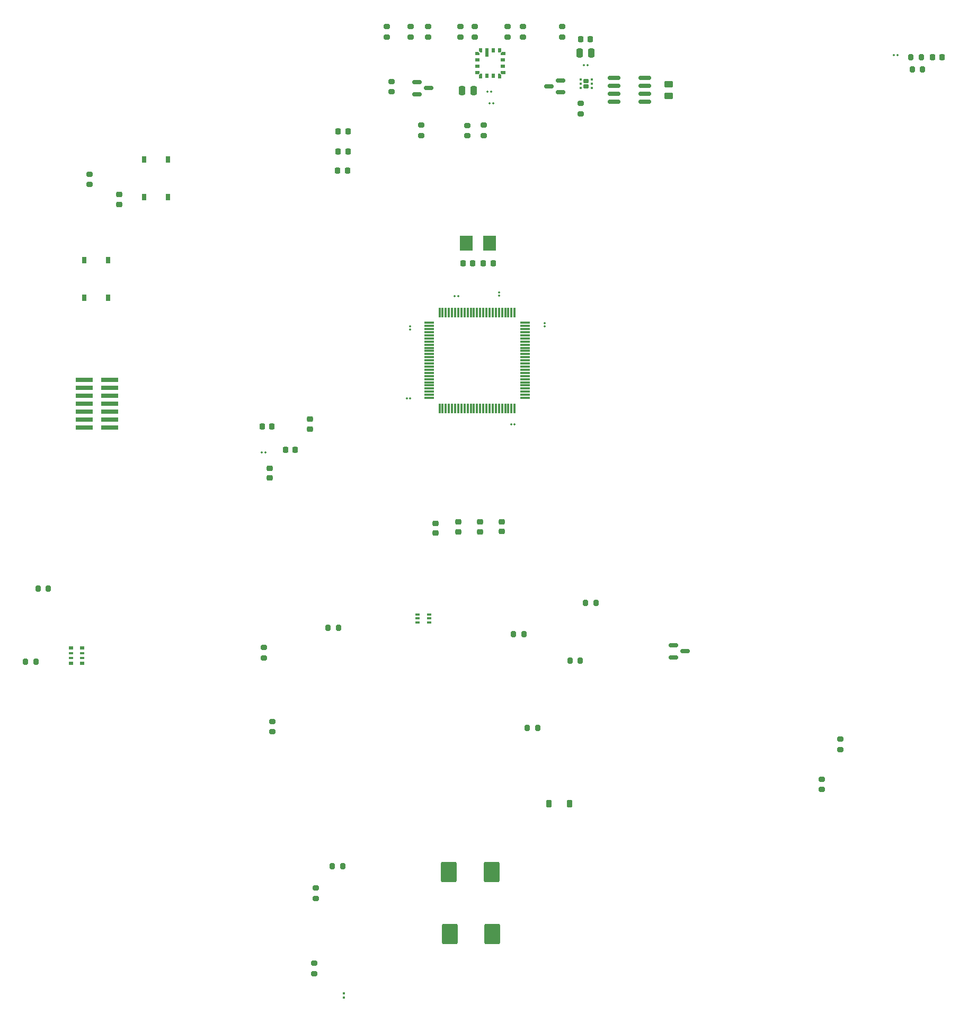
<source format=gbr>
%TF.GenerationSoftware,KiCad,Pcbnew,8.0.3-unknown-1000.20240604git093da7f.fc40*%
%TF.CreationDate,2024-06-05T17:15:31+10:00*%
%TF.ProjectId,l8-kicad,6c382d6b-6963-4616-942e-6b696361645f,1.00*%
%TF.SameCoordinates,Original*%
%TF.FileFunction,Paste,Top*%
%TF.FilePolarity,Positive*%
%FSLAX46Y46*%
G04 Gerber Fmt 4.6, Leading zero omitted, Abs format (unit mm)*
G04 Created by KiCad (PCBNEW 8.0.3-unknown-1000.20240604git093da7f.fc40) date 2024-06-05 17:15:31*
%MOMM*%
%LPD*%
G01*
G04 APERTURE LIST*
G04 Aperture macros list*
%AMRoundRect*
0 Rectangle with rounded corners*
0 $1 Rounding radius*
0 $2 $3 $4 $5 $6 $7 $8 $9 X,Y pos of 4 corners*
0 Add a 4 corners polygon primitive as box body*
4,1,4,$2,$3,$4,$5,$6,$7,$8,$9,$2,$3,0*
0 Add four circle primitives for the rounded corners*
1,1,$1+$1,$2,$3*
1,1,$1+$1,$4,$5*
1,1,$1+$1,$6,$7*
1,1,$1+$1,$8,$9*
0 Add four rect primitives between the rounded corners*
20,1,$1+$1,$2,$3,$4,$5,0*
20,1,$1+$1,$4,$5,$6,$7,0*
20,1,$1+$1,$6,$7,$8,$9,0*
20,1,$1+$1,$8,$9,$2,$3,0*%
G04 Aperture macros list end*
%ADD10C,0.000000*%
%ADD11RoundRect,0.225000X-0.225000X-0.375000X0.225000X-0.375000X0.225000X0.375000X-0.225000X0.375000X0*%
%ADD12RoundRect,0.100000X-0.225000X-0.100000X0.225000X-0.100000X0.225000X0.100000X-0.225000X0.100000X0*%
%ADD13RoundRect,0.200000X-0.200000X-0.275000X0.200000X-0.275000X0.200000X0.275000X-0.200000X0.275000X0*%
%ADD14R,2.000000X2.400000*%
%ADD15RoundRect,0.200000X0.275000X-0.200000X0.275000X0.200000X-0.275000X0.200000X-0.275000X-0.200000X0*%
%ADD16RoundRect,0.225000X0.250000X-0.225000X0.250000X0.225000X-0.250000X0.225000X-0.250000X-0.225000X0*%
%ADD17R,0.750000X1.000000*%
%ADD18RoundRect,0.067500X-0.067500X0.067500X-0.067500X-0.067500X0.067500X-0.067500X0.067500X0.067500X0*%
%ADD19RoundRect,0.225000X-0.225000X-0.250000X0.225000X-0.250000X0.225000X0.250000X-0.225000X0.250000X0*%
%ADD20RoundRect,0.225000X-0.250000X0.225000X-0.250000X-0.225000X0.250000X-0.225000X0.250000X0.225000X0*%
%ADD21RoundRect,0.079500X-0.100500X0.079500X-0.100500X-0.079500X0.100500X-0.079500X0.100500X0.079500X0*%
%ADD22RoundRect,0.225000X0.225000X0.250000X-0.225000X0.250000X-0.225000X-0.250000X0.225000X-0.250000X0*%
%ADD23RoundRect,0.067500X-0.067500X-0.067500X0.067500X-0.067500X0.067500X0.067500X-0.067500X0.067500X0*%
%ADD24RoundRect,0.150000X-0.587500X-0.150000X0.587500X-0.150000X0.587500X0.150000X-0.587500X0.150000X0*%
%ADD25RoundRect,0.150000X-0.825000X-0.150000X0.825000X-0.150000X0.825000X0.150000X-0.825000X0.150000X0*%
%ADD26RoundRect,0.075000X-0.075000X0.725000X-0.075000X-0.725000X0.075000X-0.725000X0.075000X0.725000X0*%
%ADD27RoundRect,0.075000X-0.725000X0.075000X-0.725000X-0.075000X0.725000X-0.075000X0.725000X0.075000X0*%
%ADD28RoundRect,0.200000X-0.275000X0.200000X-0.275000X-0.200000X0.275000X-0.200000X0.275000X0.200000X0*%
%ADD29RoundRect,0.218750X0.256250X-0.218750X0.256250X0.218750X-0.256250X0.218750X-0.256250X-0.218750X0*%
%ADD30R,2.794000X0.762000*%
%ADD31R,0.800000X0.500000*%
%ADD32R,0.800000X0.400000*%
%ADD33RoundRect,0.250000X-0.250000X-0.475000X0.250000X-0.475000X0.250000X0.475000X-0.250000X0.475000X0*%
%ADD34RoundRect,0.218750X-0.218750X-0.256250X0.218750X-0.256250X0.218750X0.256250X-0.218750X0.256250X0*%
%ADD35RoundRect,0.250000X1.000000X-1.400000X1.000000X1.400000X-1.000000X1.400000X-1.000000X-1.400000X0*%
%ADD36RoundRect,0.150000X0.587500X0.150000X-0.587500X0.150000X-0.587500X-0.150000X0.587500X-0.150000X0*%
%ADD37RoundRect,0.250000X0.450000X-0.262500X0.450000X0.262500X-0.450000X0.262500X-0.450000X-0.262500X0*%
%ADD38R,0.508000X1.397000*%
%ADD39R,0.050800X0.050800*%
%ADD40R,0.711200X0.508000*%
%ADD41R,0.508000X0.711200*%
%ADD42RoundRect,0.250000X0.250000X0.475000X-0.250000X0.475000X-0.250000X-0.475000X0.250000X-0.475000X0*%
%ADD43RoundRect,0.067500X0.067500X-0.067500X0.067500X0.067500X-0.067500X0.067500X-0.067500X-0.067500X0*%
%ADD44RoundRect,0.172500X-0.262500X-0.172500X0.262500X-0.172500X0.262500X0.172500X-0.262500X0.172500X0*%
%ADD45RoundRect,0.093750X-0.093750X-0.106250X0.093750X-0.106250X0.093750X0.106250X-0.093750X0.106250X0*%
%ADD46RoundRect,0.200000X0.200000X0.275000X-0.200000X0.275000X-0.200000X-0.275000X0.200000X-0.275000X0*%
G04 APERTURE END LIST*
D10*
%TO.C,U5*%
G36*
X124060900Y-111672660D02*
G01*
X124060900Y-112002860D01*
X123349700Y-112002860D01*
X123349700Y-111494860D01*
X123883100Y-111494860D01*
X124060900Y-111672660D01*
G37*
G36*
X124060900Y-114827340D02*
G01*
X123883100Y-115005140D01*
X123349700Y-115005140D01*
X123349700Y-114497140D01*
X124060900Y-114497140D01*
X124060900Y-114827340D01*
G37*
G36*
X124502860Y-111560900D02*
G01*
X124172660Y-111560900D01*
X123994860Y-111383100D01*
X123994860Y-110849700D01*
X124502860Y-110849700D01*
X124502860Y-111560900D01*
G37*
G36*
X124502860Y-115650300D02*
G01*
X123994860Y-115650300D01*
X123994860Y-115116900D01*
X124172660Y-114939100D01*
X124502860Y-114939100D01*
X124502860Y-115650300D01*
G37*
G36*
X127505140Y-111383100D02*
G01*
X127327340Y-111560900D01*
X126997140Y-111560900D01*
X126997140Y-110849700D01*
X127505140Y-110849700D01*
X127505140Y-111383100D01*
G37*
G36*
X127505140Y-115116900D02*
G01*
X127505140Y-115650300D01*
X126997140Y-115650300D01*
X126997140Y-114939100D01*
X127327340Y-114939100D01*
X127505140Y-115116900D01*
G37*
G36*
X128150300Y-112002860D02*
G01*
X127439100Y-112002860D01*
X127439100Y-111672660D01*
X127616900Y-111494860D01*
X128150300Y-111494860D01*
X128150300Y-112002860D01*
G37*
G36*
X128150300Y-115005140D02*
G01*
X127616900Y-115005140D01*
X127439100Y-114827340D01*
X127439100Y-114497140D01*
X128150300Y-114497140D01*
X128150300Y-115005140D01*
G37*
%TD*%
D11*
%TO.C,D17*%
X135100000Y-231600000D03*
X138400000Y-231600000D03*
%TD*%
D12*
%TO.C,D16*%
X114100000Y-201350000D03*
X114100000Y-202000000D03*
X114100000Y-202650000D03*
X116000000Y-202650000D03*
X116000000Y-202000000D03*
X116000000Y-201350000D03*
%TD*%
D13*
%TO.C,R47*%
X53500000Y-197200000D03*
X55150000Y-197200000D03*
%TD*%
%TO.C,R48*%
X193200000Y-114275000D03*
X194850000Y-114275000D03*
%TD*%
%TO.C,R45*%
X51500000Y-208950000D03*
X53150000Y-208950000D03*
%TD*%
D14*
%TO.C,X1*%
X121950000Y-142000000D03*
X125650000Y-142000000D03*
%TD*%
D15*
%TO.C,R43*%
X97850000Y-246750000D03*
X97850000Y-245100000D03*
%TD*%
D16*
%TO.C,C20*%
X66450000Y-135825000D03*
X66450000Y-134275000D03*
%TD*%
D17*
%TO.C,SW1*%
X60900000Y-150750000D03*
X60900000Y-144750000D03*
X64650000Y-150750000D03*
X64650000Y-144750000D03*
%TD*%
D18*
%TO.C,C30*%
X127175000Y-149875000D03*
X127175000Y-150425000D03*
%TD*%
D19*
%TO.C,C29*%
X89300000Y-171350000D03*
X90850000Y-171350000D03*
%TD*%
D20*
%TO.C,C23*%
X90550000Y-178000000D03*
X90550000Y-179550000D03*
%TD*%
D21*
%TO.C,FB1*%
X102350000Y-261910000D03*
X102350000Y-262600000D03*
%TD*%
D15*
%TO.C,R13*%
X90950000Y-220100000D03*
X90950000Y-218450000D03*
%TD*%
D22*
%TO.C,C5*%
X141725000Y-109400000D03*
X140175000Y-109400000D03*
%TD*%
D23*
%TO.C,C6*%
X190250000Y-111975000D03*
X190800000Y-111975000D03*
%TD*%
%TO.C,C16*%
X129100000Y-170950000D03*
X129650000Y-170950000D03*
%TD*%
%TO.C,C3*%
X125650000Y-119700000D03*
X126200000Y-119700000D03*
%TD*%
D24*
%TO.C,Q5*%
X155050000Y-206300000D03*
X155050000Y-208200000D03*
X156925000Y-207250000D03*
%TD*%
D20*
%TO.C,C1*%
X96950000Y-170175000D03*
X96950000Y-171725000D03*
%TD*%
D25*
%TO.C,U2*%
X145525000Y-115595000D03*
X145525000Y-116865000D03*
X145525000Y-118135000D03*
X145525000Y-119405000D03*
X150475000Y-119405000D03*
X150475000Y-118135000D03*
X150475000Y-116865000D03*
X150475000Y-115595000D03*
%TD*%
D26*
%TO.C,U3*%
X129650000Y-153075000D03*
X129150000Y-153075000D03*
X128650000Y-153075000D03*
X128150000Y-153075000D03*
X127650000Y-153075000D03*
X127150000Y-153075000D03*
X126650000Y-153075000D03*
X126150000Y-153075000D03*
X125650000Y-153075000D03*
X125150000Y-153075000D03*
X124650000Y-153075000D03*
X124150000Y-153075000D03*
X123650000Y-153075000D03*
X123150000Y-153075000D03*
X122650000Y-153075000D03*
X122150000Y-153075000D03*
X121650000Y-153075000D03*
X121150000Y-153075000D03*
X120650000Y-153075000D03*
X120150000Y-153075000D03*
X119650000Y-153075000D03*
X119150000Y-153075000D03*
X118650000Y-153075000D03*
X118150000Y-153075000D03*
X117650000Y-153075000D03*
D27*
X115975000Y-154750000D03*
X115975000Y-155250000D03*
X115975000Y-155750000D03*
X115975000Y-156250000D03*
X115975000Y-156750000D03*
X115975000Y-157250000D03*
X115975000Y-157750000D03*
X115975000Y-158250000D03*
X115975000Y-158750000D03*
X115975000Y-159250000D03*
X115975000Y-159750000D03*
X115975000Y-160250000D03*
X115975000Y-160750000D03*
X115975000Y-161250000D03*
X115975000Y-161750000D03*
X115975000Y-162250000D03*
X115975000Y-162750000D03*
X115975000Y-163250000D03*
X115975000Y-163750000D03*
X115975000Y-164250000D03*
X115975000Y-164750000D03*
X115975000Y-165250000D03*
X115975000Y-165750000D03*
X115975000Y-166250000D03*
X115975000Y-166750000D03*
D26*
X117650000Y-168425000D03*
X118150000Y-168425000D03*
X118650000Y-168425000D03*
X119150000Y-168425000D03*
X119650000Y-168425000D03*
X120150000Y-168425000D03*
X120650000Y-168425000D03*
X121150000Y-168425000D03*
X121650000Y-168425000D03*
X122150000Y-168425000D03*
X122650000Y-168425000D03*
X123150000Y-168425000D03*
X123650000Y-168425000D03*
X124150000Y-168425000D03*
X124650000Y-168425000D03*
X125150000Y-168425000D03*
X125650000Y-168425000D03*
X126150000Y-168425000D03*
X126650000Y-168425000D03*
X127150000Y-168425000D03*
X127650000Y-168425000D03*
X128150000Y-168425000D03*
X128650000Y-168425000D03*
X129150000Y-168425000D03*
X129650000Y-168425000D03*
D27*
X131325000Y-166750000D03*
X131325000Y-166250000D03*
X131325000Y-165750000D03*
X131325000Y-165250000D03*
X131325000Y-164750000D03*
X131325000Y-164250000D03*
X131325000Y-163750000D03*
X131325000Y-163250000D03*
X131325000Y-162750000D03*
X131325000Y-162250000D03*
X131325000Y-161750000D03*
X131325000Y-161250000D03*
X131325000Y-160750000D03*
X131325000Y-160250000D03*
X131325000Y-159750000D03*
X131325000Y-159250000D03*
X131325000Y-158750000D03*
X131325000Y-158250000D03*
X131325000Y-157750000D03*
X131325000Y-157250000D03*
X131325000Y-156750000D03*
X131325000Y-156250000D03*
X131325000Y-155750000D03*
X131325000Y-155250000D03*
X131325000Y-154750000D03*
%TD*%
D28*
%TO.C,R3*%
X110000000Y-116175000D03*
X110000000Y-117825000D03*
%TD*%
%TO.C,R39*%
X137250000Y-107425000D03*
X137250000Y-109075000D03*
%TD*%
D23*
%TO.C,C4*%
X140725000Y-113550000D03*
X141275000Y-113550000D03*
%TD*%
D28*
%TO.C,R10*%
X181721140Y-221293400D03*
X181721140Y-222943400D03*
%TD*%
D29*
%TO.C,D4*%
X117050000Y-188375000D03*
X117050000Y-186800000D03*
%TD*%
D30*
%TO.C,J4*%
X64914000Y-163850000D03*
X60850000Y-163850000D03*
X64914000Y-165120000D03*
X60850000Y-165120000D03*
X64914000Y-166390000D03*
X60850000Y-166390000D03*
X64914000Y-167660000D03*
X60850000Y-167660000D03*
X64914000Y-168930000D03*
X60850000Y-168930000D03*
X64914000Y-170200000D03*
X60850000Y-170200000D03*
X64914000Y-171470000D03*
X60850000Y-171470000D03*
%TD*%
D31*
%TO.C,RN2*%
X60550000Y-209150000D03*
D32*
X60550000Y-208350000D03*
X60550000Y-207550000D03*
D31*
X60550000Y-206750000D03*
X58750000Y-206750000D03*
D32*
X58750000Y-207550000D03*
X58750000Y-208350000D03*
D31*
X58750000Y-209150000D03*
%TD*%
D18*
%TO.C,C12*%
X112975000Y-155275000D03*
X112975000Y-155825000D03*
%TD*%
D19*
%TO.C,C14*%
X121375000Y-145250000D03*
X122925000Y-145250000D03*
%TD*%
D13*
%TO.C,R33*%
X129500000Y-204500000D03*
X131150000Y-204500000D03*
%TD*%
D17*
%TO.C,SW2*%
X70475000Y-134650000D03*
X70475000Y-128650000D03*
X74225000Y-134650000D03*
X74225000Y-128650000D03*
%TD*%
D33*
%TO.C,C7*%
X140000000Y-111600000D03*
X141900000Y-111600000D03*
%TD*%
D28*
%TO.C,R38*%
X121000000Y-107425000D03*
X121000000Y-109075000D03*
%TD*%
%TO.C,R37*%
X115812500Y-107425000D03*
X115812500Y-109075000D03*
%TD*%
D23*
%TO.C,C2*%
X125325000Y-117850000D03*
X125875000Y-117850000D03*
%TD*%
D24*
%TO.C,Q4*%
X114062500Y-116300000D03*
X114062500Y-118200000D03*
X115937500Y-117250000D03*
%TD*%
D13*
%TO.C,R2*%
X141000000Y-199500000D03*
X142650000Y-199500000D03*
%TD*%
%TO.C,R12*%
X99850000Y-203500000D03*
X101500000Y-203500000D03*
%TD*%
D34*
%TO.C,D1*%
X101475000Y-124150000D03*
X103050000Y-124150000D03*
%TD*%
D15*
%TO.C,R35*%
X61720000Y-132665000D03*
X61720000Y-131015000D03*
%TD*%
D23*
%TO.C,C11*%
X120100000Y-150450000D03*
X120650000Y-150450000D03*
%TD*%
D28*
%TO.C,R7*%
X122050000Y-123225000D03*
X122050000Y-124875000D03*
%TD*%
D35*
%TO.C,D2*%
X119150000Y-242550000D03*
X125950000Y-242550000D03*
%TD*%
D36*
%TO.C,Q1*%
X137000000Y-117900000D03*
X137000000Y-116000000D03*
X135125000Y-116950000D03*
%TD*%
D23*
%TO.C,C15*%
X112425000Y-166850000D03*
X112975000Y-166850000D03*
%TD*%
D13*
%TO.C,R32*%
X138500000Y-208750000D03*
X140150000Y-208750000D03*
%TD*%
D34*
%TO.C,D10*%
X196412500Y-112275000D03*
X197987500Y-112275000D03*
%TD*%
D13*
%TO.C,R36*%
X131675000Y-219500000D03*
X133325000Y-219500000D03*
%TD*%
D37*
%TO.C,R1*%
X154225000Y-118470000D03*
X154225000Y-116645000D03*
%TD*%
D29*
%TO.C,D5*%
X120618750Y-188137500D03*
X120618750Y-186562500D03*
%TD*%
D38*
%TO.C,U5*%
X125249620Y-111548200D03*
D39*
X124248860Y-111205300D03*
X123705300Y-111748860D03*
D40*
X123705300Y-112749620D03*
X123705300Y-113750380D03*
D39*
X123705300Y-114751140D03*
X124248860Y-115294700D03*
D41*
X125249620Y-115294700D03*
X126250380Y-115294700D03*
D39*
X127251140Y-115294700D03*
X127794700Y-114751140D03*
D40*
X127794700Y-113750380D03*
X127794700Y-112749620D03*
D39*
X127794700Y-111748860D03*
X127251140Y-111205300D03*
D41*
X126250380Y-111205300D03*
%TD*%
D28*
%TO.C,R15*%
X124750000Y-123175000D03*
X124750000Y-124825000D03*
%TD*%
D13*
%TO.C,R4*%
X192975000Y-112325000D03*
X194625000Y-112325000D03*
%TD*%
D28*
%TO.C,R14*%
X109250000Y-107425000D03*
X109250000Y-109075000D03*
%TD*%
D15*
%TO.C,R27*%
X128500000Y-109075000D03*
X128500000Y-107425000D03*
%TD*%
D23*
%TO.C,C9*%
X89250000Y-175450000D03*
X89800000Y-175450000D03*
%TD*%
D42*
%TO.C,C10*%
X123150000Y-117650000D03*
X121250000Y-117650000D03*
%TD*%
D28*
%TO.C,R9*%
X178706440Y-227704920D03*
X178706440Y-229354920D03*
%TD*%
%TO.C,R34*%
X113000000Y-107425000D03*
X113000000Y-109075000D03*
%TD*%
D29*
%TO.C,D6*%
X124150000Y-188137500D03*
X124150000Y-186562500D03*
%TD*%
D15*
%TO.C,R5*%
X89600000Y-208300000D03*
X89600000Y-206650000D03*
%TD*%
D34*
%TO.C,D8*%
X101362500Y-130450000D03*
X102937500Y-130450000D03*
%TD*%
D35*
%TO.C,D3*%
X119300000Y-252400000D03*
X126100000Y-252400000D03*
%TD*%
D29*
%TO.C,D11*%
X127587500Y-188100000D03*
X127587500Y-186525000D03*
%TD*%
D15*
%TO.C,R28*%
X131000000Y-109075000D03*
X131000000Y-107425000D03*
%TD*%
D34*
%TO.C,D9*%
X101475000Y-127350000D03*
X103050000Y-127350000D03*
%TD*%
D22*
%TO.C,C13*%
X126200000Y-145250000D03*
X124650000Y-145250000D03*
%TD*%
D15*
%TO.C,R30*%
X140250000Y-121325000D03*
X140250000Y-119675000D03*
%TD*%
D28*
%TO.C,R8*%
X97600000Y-257100000D03*
X97600000Y-258750000D03*
%TD*%
D43*
%TO.C,C17*%
X134475000Y-155325000D03*
X134475000Y-154775000D03*
%TD*%
D44*
%TO.C,U22*%
X141062500Y-116137500D03*
X141062500Y-116937500D03*
D45*
X140175000Y-115887500D03*
X140175000Y-116537500D03*
X140175000Y-117187500D03*
X141950000Y-117187500D03*
X141950000Y-116537500D03*
X141950000Y-115887500D03*
%TD*%
D15*
%TO.C,R29*%
X123250000Y-109075000D03*
X123250000Y-107425000D03*
%TD*%
%TO.C,R11*%
X114750000Y-124825000D03*
X114750000Y-123175000D03*
%TD*%
D22*
%TO.C,C8*%
X94600000Y-175050000D03*
X93050000Y-175050000D03*
%TD*%
D46*
%TO.C,R6*%
X102175000Y-241600000D03*
X100525000Y-241600000D03*
%TD*%
M02*

</source>
